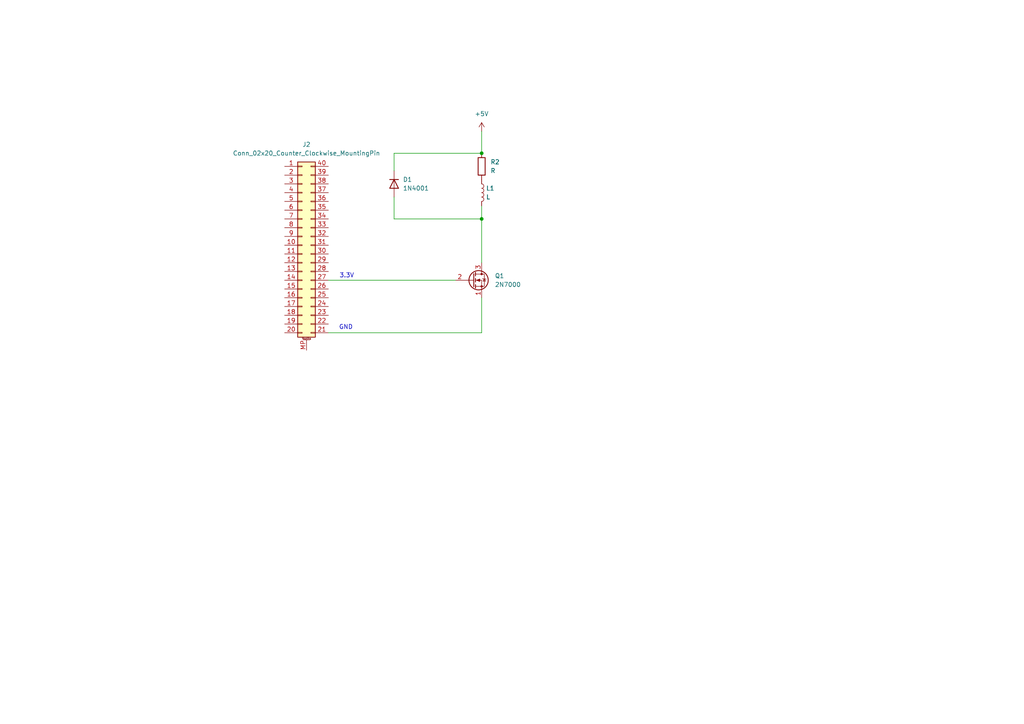
<source format=kicad_sch>
(kicad_sch (version 20231120) (generator "eeschema") (generator_version "8.0")
  (paper "A4")
  (lib_symbols
    (symbol "Connector_Generic_MountingPin:Conn_02x20_Counter_Clockwise_MountingPin" (pin_names (offset 1.016) hide)
      (property "Reference" "J" (at 1.27 25.4 0))
      (property "Value" "Conn_02x20_Counter_Clockwise_MountingPin" (at 2.54 -27.94 0))
      (symbol "Conn_02x20_Counter_Clockwise_MountingPin_1_1"
        (rectangle (start -1.27 -25.273) (end 0 -25.527) (stroke (width 0.1524)))
        (rectangle (start -1.27 -22.733) (end 0 -22.987) (stroke (width 0.1524)))
        (rectangle (start -1.27 -20.193) (end 0 -20.447) (stroke (width 0.1524)))
        (rectangle (start -1.27 -17.653) (end 0 -17.907) (stroke (width 0.1524)))
        (rectangle (start -1.27 -15.113) (end 0 -15.367) (stroke (width 0.1524)))
        (rectangle (start -1.27 -12.573) (end 0 -12.827) (stroke (width 0.1524)))
        (rectangle (start -1.27 -10.033) (end 0 -10.287) (stroke (width 0.1524)))
        (rectangle (start -1.27 -7.493) (end 0 -7.747) (stroke (width 0.1524)))
        (rectangle (start -1.27 -4.953) (end 0 -5.207) (stroke (width 0.1524)))
        (rectangle (start -1.27 -2.413) (end 0 -2.667) (stroke (width 0.1524)))
        (rectangle (start -1.27 0.127) (end 0 -0.127) (stroke (width 0.1524)))
        (rectangle (start -1.27 2.667) (end 0 2.413) (stroke (width 0.1524)))
        (rectangle (start -1.27 5.207) (end 0 4.953) (stroke (width 0.1524)))
        (rectangle (start -1.27 7.747) (end 0 7.493) (stroke (width 0.1524)))
        (rectangle (start -1.27 10.287) (end 0 10.033) (stroke (width 0.1524)))
        (rectangle (start -1.27 12.827) (end 0 12.573) (stroke (width 0.1524)))
        (rectangle (start -1.27 15.367) (end 0 15.113) (stroke (width 0.1524)))
        (rectangle (start -1.27 17.907) (end 0 17.653) (stroke (width 0.1524)))
        (rectangle (start -1.27 20.447) (end 0 20.193) (stroke (width 0.1524)))
        (rectangle (start -1.27 22.987) (end 0 22.733) (stroke (width 0.1524)))
        (rectangle (start -1.27 24.13) (end 3.81 -26.67) (stroke (width 0.254)) (fill (type background)))
        (polyline (pts (xy 0.254 -27.432) (xy 2.286 -27.432)) (stroke (width 0.1524)))
        (rectangle (start 3.81 -25.273) (end 2.54 -25.527) (stroke (width 0.1524)))
        (rectangle (start 3.81 -22.733) (end 2.54 -22.987) (stroke (width 0.1524)))
        (rectangle (start 3.81 -20.193) (end 2.54 -20.447) (stroke (width 0.1524)))
        (rectangle (start 3.81 -17.653) (end 2.54 -17.907) (stroke (width 0.1524)))
        (rectangle (start 3.81 -15.113) (end 2.54 -15.367) (stroke (width 0.1524)))
        (rectangle (start 3.81 -12.573) (end 2.54 -12.827) (stroke (width 0.1524)))
        (rectangle (start 3.81 -10.033) (end 2.54 -10.287) (stroke (width 0.1524)))
        (rectangle (start 3.81 -7.493) (end 2.54 -7.747) (stroke (width 0.1524)))
        (rectangle (start 3.81 -4.953) (end 2.54 -5.207) (stroke (width 0.1524)))
        (rectangle (start 3.81 -2.413) (end 2.54 -2.667) (stroke (width 0.1524)))
        (rectangle (start 3.81 0.127) (end 2.54 -0.127) (stroke (width 0.1524)))
        (rectangle (start 3.81 2.667) (end 2.54 2.413) (stroke (width 0.1524)))
        (rectangle (start 3.81 5.207) (end 2.54 4.953) (stroke (width 0.1524)))
        (rectangle (start 3.81 7.747) (end 2.54 7.493) (stroke (width 0.1524)))
        (rectangle (start 3.81 10.287) (end 2.54 10.033) (stroke (width 0.1524)))
        (rectangle (start 3.81 12.827) (end 2.54 12.573) (stroke (width 0.1524)))
        (rectangle (start 3.81 15.367) (end 2.54 15.113) (stroke (width 0.1524)))
        (rectangle (start 3.81 17.907) (end 2.54 17.653) (stroke (width 0.1524)))
        (rectangle (start 3.81 20.447) (end 2.54 20.193) (stroke (width 0.1524)))
        (rectangle (start 3.81 22.987) (end 2.54 22.733) (stroke (width 0.1524)))
        (text "Mounting" (at 1.27 -27.051 0) (effects (font (size 0.381 0.381))))
        (pin passive line (at -5.08 22.86 0) (length 3.81) (name "Pin_1") (number "1"))
        (pin passive line (at -5.08 0 0) (length 3.81) (name "Pin_10") (number "10"))
        (pin passive line (at -5.08 -2.54 0) (length 3.81) (name "Pin_11") (number "11"))
        (pin passive line (at -5.08 -5.08 0) (length 3.81) (name "Pin_12") (number "12"))
        (pin passive line (at -5.08 -7.62 0) (length 3.81) (name "Pin_13") (number "13"))
        (pin passive line (at -5.08 -10.16 0) (length 3.81) (name "Pin_14") (number "14"))
        (pin passive line (at -5.08 -12.7 0) (length 3.81) (name "Pin_15") (number "15"))
        (pin passive line (at -5.08 -15.24 0) (length 3.81) (name "Pin_16") (number "16"))
        (pin passive line (at -5.08 -17.78 0) (length 3.81) (name "Pin_17") (number "17"))
        (pin passive line (at -5.08 -20.32 0) (length 3.81) (name "Pin_18") (number "18"))
        (pin passive line (at -5.08 -22.86 0) (length 3.81) (name "Pin_19") (number "19"))
        (pin passive line (at -5.08 20.32 0) (length 3.81) (name "Pin_2") (number "2"))
        (pin passive line (at -5.08 -25.4 0) (length 3.81) (name "Pin_20") (number "20"))
        (pin passive line (at 7.62 -25.4 180) (length 3.81) (name "Pin_21") (number "21"))
        (pin passive line (at 7.62 -22.86 180) (length 3.81) (name "Pin_22") (number "22"))
        (pin passive line (at 7.62 -20.32 180) (length 3.81) (name "Pin_23") (number "23"))
        (pin passive line (at 7.62 -17.78 180) (length 3.81) (name "Pin_24") (number "24"))
        (pin passive line (at 7.62 -15.24 180) (length 3.81) (name "Pin_25") (number "25"))
        (pin passive line (at 7.62 -12.7 180) (length 3.81) (name "Pin_26") (number "26"))
        (pin passive line (at 7.62 -10.16 180) (length 3.81) (name "Pin_27") (number "27"))
        (pin passive line (at 7.62 -7.62 180) (length 3.81) (name "Pin_28") (number "28"))
        (pin passive line (at 7.62 -5.08 180) (length 3.81) (name "Pin_29") (number "29"))
        (pin passive line (at -5.08 17.78 0) (length 3.81) (name "Pin_3") (number "3"))
        (pin passive line (at 7.62 -2.54 180) (length 3.81) (name "Pin_30") (number "30"))
        (pin passive line (at 7.62 0 180) (length 3.81) (name "Pin_31") (number "31"))
        (pin passive line (at 7.62 2.54 180) (length 3.81) (name "Pin_32") (number "32"))
        (pin passive line (at 7.62 5.08 180) (length 3.81) (name "Pin_33") (number "33"))
        (pin passive line (at 7.62 7.62 180) (length 3.81) (name "Pin_34") (number "34"))
        (pin passive line (at 7.62 10.16 180) (length 3.81) (name "Pin_35") (number "35"))
        (pin passive line (at 7.62 12.7 180) (length 3.81) (name "Pin_36") (number "36"))
        (pin passive line (at 7.62 15.24 180) (length 3.81) (name "Pin_37") (number "37"))
        (pin passive line (at 7.62 17.78 180) (length 3.81) (name "Pin_38") (number "38"))
        (pin passive line (at 7.62 20.32 180) (length 3.81) (name "Pin_39") (number "39"))
        (pin passive line (at -5.08 15.24 0) (length 3.81) (name "Pin_4") (number "4"))
        (pin passive line (at 7.62 22.86 180) (length 3.81) (name "Pin_40") (number "40"))
        (pin passive line (at -5.08 12.7 0) (length 3.81) (name "Pin_5") (number "5"))
        (pin passive line (at -5.08 10.16 0) (length 3.81) (name "Pin_6") (number "6"))
        (pin passive line (at -5.08 7.62 0) (length 3.81) (name "Pin_7") (number "7"))
        (pin passive line (at -5.08 5.08 0) (length 3.81) (name "Pin_8") (number "8"))
        (pin passive line (at -5.08 2.54 0) (length 3.81) (name "Pin_9") (number "9"))
        (pin passive line (at 1.27 -30.48 90) (length 3.048) (name "MountPin") (number "MP"))
      )
    )
    (symbol "Device:L" (pin_numbers hide) (pin_names (offset 1.016) hide)
      (property "Reference" "L" (at -1.27 0 90))
      (property "Value" "L" (at 1.905 0 90))
      (symbol "L_0_1"
        (arc (start 0 -2.54) (mid 0.6323 -1.905) (end 0 -1.27))
        (arc (start 0 -1.27) (mid 0.6323 -0.635) (end 0 0))
        (arc (start 0 0) (mid 0.6323 0.635) (end 0 1.27))
        (arc (start 0 1.27) (mid 0.6323 1.905) (end 0 2.54))
      )
      (symbol "L_1_1"
        (pin passive line (at 0 3.81 270) (length 1.27) (name "1") (number "1"))
        (pin passive line (at 0 -3.81 90) (length 1.27) (name "2") (number "2"))
      )
    )
    (symbol "Device:R" (pin_numbers hide) (pin_names (offset 0))
      (property "Reference" "R" (at 2.032 0 90))
      (property "Value" "R" (at 0 0 90))
      (symbol "R_0_1"
        (rectangle (start -1.016 -2.54) (end 1.016 2.54) (stroke (width 0.254)))
      )
      (symbol "R_1_1"
        (pin passive line (at 0 3.81 270) (length 1.27) (name "~") (number "1"))
        (pin passive line (at 0 -3.81 90) (length 1.27) (name "~") (number "2"))
      )
    )
    (symbol "Diode:1N4001" (pin_numbers hide) (pin_names hide)
      (property "Reference" "D" (at 0 2.54 0))
      (property "Value" "1N4001" (at 0 -2.54 0))
      (symbol "1N4001_0_1"
        (polyline (pts (xy -1.27 1.27) (xy -1.27 -1.27)) (stroke (width 0.254)))
        (polyline (pts (xy 1.27 0) (xy -1.27 0)))
        (polyline (pts (xy 1.27 1.27) (xy 1.27 -1.27) (xy -1.27 0) (xy 1.27 1.27)) (stroke (width 0.254)))
      )
      (symbol "1N4001_1_1"
        (pin passive line (at -3.81 0 0) (length 2.54) (name "K") (number "1"))
        (pin passive line (at 3.81 0 180) (length 2.54) (name "A") (number "2"))
      )
    )
    (symbol "Transistor_FET:2N7000" (pin_names hide)
      (property "Reference" "Q" (at 5.08 1.905 0))
      (property "Value" "2N7000" (at 5.08 0 0))
      (symbol "2N7000_0_1"
        (polyline (pts (xy 0.254 0) (xy -2.54 0)))
        (polyline (pts (xy 0.254 1.905) (xy 0.254 -1.905)) (stroke (width 0.254)))
        (polyline (pts (xy 0.762 -1.27) (xy 0.762 -2.286)) (stroke (width 0.254)))
        (polyline (pts (xy 0.762 0.508) (xy 0.762 -0.508)) (stroke (width 0.254)))
        (polyline (pts (xy 0.762 2.286) (xy 0.762 1.27)) (stroke (width 0.254)))
        (polyline (pts (xy 2.54 2.54) (xy 2.54 1.778)))
        (polyline (pts (xy 2.54 -2.54) (xy 2.54 0) (xy 0.762 0)))
        (polyline (pts (xy 0.762 -1.778) (xy 3.302 -1.778) (xy 3.302 1.778) (xy 0.762 1.778)))
        (polyline (pts (xy 1.016 0) (xy 2.032 0.381) (xy 2.032 -0.381) (xy 1.016 0)) (fill (type outline)))
        (polyline (pts (xy 2.794 0.508) (xy 2.921 0.381) (xy 3.683 0.381) (xy 3.81 0.254)))
        (polyline (pts (xy 3.302 0.381) (xy 2.921 -0.254) (xy 3.683 -0.254) (xy 3.302 0.381)))
        (circle (center 1.651 0) (radius 2.794) (stroke (width 0.254)))
        (circle (center 2.54 -1.778) (radius 0.254) (fill (type outline)))
        (circle (center 2.54 1.778) (radius 0.254) (fill (type outline)))
      )
      (symbol "2N7000_1_1"
        (pin passive line (at 2.54 -5.08 90) (length 2.54) (name "S") (number "1"))
        (pin input line (at -5.08 0 0) (length 2.54) (name "G") (number "2"))
        (pin passive line (at 2.54 5.08 270) (length 2.54) (name "D") (number "3"))
      )
    )
    (symbol "power:+5V" (power) (pin_numbers hide) (pin_names (offset 0) hide)
      (property "Value" "+5V" (at 0 3.556 0))
      (symbol "+5V_0_1"
        (polyline (pts (xy -0.762 1.27) (xy 0 2.54)))
        (polyline (pts (xy 0 0) (xy 0 2.54)))
        (polyline (pts (xy 0 2.54) (xy 0.762 1.27)))
      )
      (symbol "+5V_1_1"
        (pin power_in line (at 0 0 90) (length 0) (name "~") (number "1"))
      )
    )
  )
  (junction (at 139.7 63.5))
  (junction (at 139.7 44.45))
  (wire (pts (xy 139.7 63.5) (xy 139.7 76.2)))
  (wire (pts (xy 139.7 38.1) (xy 139.7 44.45)))
  (wire (pts (xy 114.3 57.15) (xy 114.3 63.5)))
  (wire (pts (xy 139.7 86.36) (xy 139.7 96.52)))
  (wire (pts (xy 95.25 81.28) (xy 132.08 81.28)))
  (wire (pts (xy 114.3 44.45) (xy 139.7 44.45)))
  (wire (pts (xy 114.3 63.5) (xy 139.7 63.5)))
  (wire (pts (xy 139.7 59.69) (xy 139.7 63.5)))
  (wire (pts (xy 114.3 44.45) (xy 114.3 49.53)))
  (wire (pts (xy 95.25 96.52) (xy 139.7 96.52)))
  (text "GND\n" (at 100.33 94.996 0) (effects (font (size 1.27 1.27))))
  (text "3.3V\n" (at 100.584 80.01 0) (effects (font (size 1.27 1.27))))
  (symbol (lib_id "Connector_Generic_MountingPin:Conn_02x20_Counter_Clockwise_MountingPin") (at 87.63 71.12 0) (unit 1)
    (property "Reference" "J2" (at 88.9 41.91 0))
    (property "Value" "Conn_02x20_Counter_Clockwise_MountingPin" (at 88.9 44.45 0))
    (property "Description" "Generic connectable mounting pin connector, double row, 02x20, counter clockwise pin numbering scheme (similar to DIP package numbering), script generated (kicad-library-utils/schlib/autogen/connector/)" (effects (hide yes)))
  )
  (symbol (lib_id "Diode:1N4001") (at 114.3 53.34 270) (unit 1)
    (property "Reference" "D1" (at 116.84 52.0699 90) (effects (justify left)))
    (property "Value" "1N4001" (at 116.84 54.6099 90) (effects (justify left)))
    (property "Footprint" "Diode_THT:D_DO-41_SOD81_P10.16mm_Horizontal" (effects (hide yes)))
    (property "Datasheet" "http://www.vishay.com/docs/88503/1n4001.pdf" (effects (hide yes)))
    (property "Description" "50V 1A General Purpose Rectifier Diode, DO-41" (effects (hide yes)))
    (property "Sim.Device" "D" (effects (hide yes)))
    (property "Sim.Pins" "1=K 2=A" (effects (hide yes)))
  )
  (symbol (lib_id "Device:R") (at 139.7 48.26 0) (unit 1)
    (property "Reference" "R2" (at 142.24 46.9899 0) (effects (justify left)))
    (property "Value" "R" (at 142.24 49.5299 0) (effects (justify left)))
    (property "Description" "Resistor" (effects (hide yes)))
  )
  (symbol (lib_id "power:+5V") (at 139.7 38.1 0) (unit 1)
    (property "Reference" "#PWR01" (effects (hide yes)))
    (property "Value" "+5V" (at 139.7 33.02 0))
    (property "Description" "Power symbol creates a global label with name \"+5V\"" (effects (hide yes)))
  )
  (symbol (lib_id "Transistor_FET:2N7000") (at 137.16 81.28 0) (unit 1)
    (property "Reference" "Q1" (at 143.51 80.0099 0) (effects (justify left)))
    (property "Value" "2N7000" (at 143.51 82.5499 0) (effects (justify left)))
    (property "Footprint" "Package_TO_SOT_THT:TO-92_Inline" (effects (hide yes)))
    (property "Datasheet" "https://www.vishay.com/docs/70226/70226.pdf" (effects (hide yes)))
    (property "Description" "0.2A Id, 200V Vds, N-Channel MOSFET, 2.6V Logic Level, TO-92" (effects (hide yes)))
  )
  (symbol (lib_id "Device:L") (at 139.7 55.88 0) (unit 1)
    (property "Reference" "L1" (at 140.97 54.6099 0) (effects (justify left)))
    (property "Value" "L" (at 140.97 57.1499 0) (effects (justify left)))
    (property "Description" "Inductor" (effects (hide yes)))
  )
)
</source>
